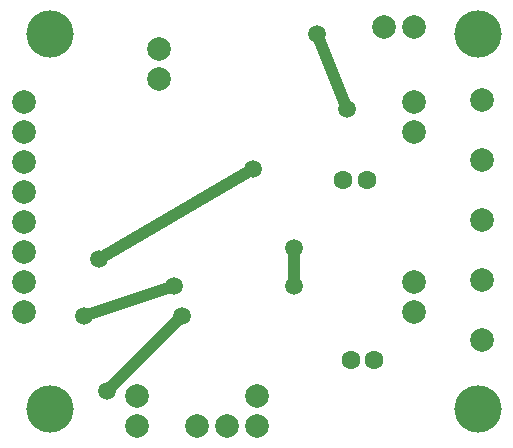
<source format=gtl>
%FSLAX34Y34*%
%MOMM*%
%LNCOPPER_TOP*%
G71*
G01*
%ADD10C, 1.50*%
%ADD11C, 2.00*%
%ADD12C, 1.00*%
%ADD13C, 1.60*%
%ADD14C, 4.00*%
%LPD*%
X250825Y-66550D02*
G54D10*
D03*
X250825Y-34800D02*
G54D10*
D03*
X295275Y82550D02*
G54D10*
D03*
X269875Y146050D02*
G54D10*
D03*
X352425Y88900D02*
G54D11*
D03*
X352425Y63500D02*
G54D11*
D03*
X22225Y88900D02*
G54D11*
D03*
X22225Y63500D02*
G54D11*
D03*
X22225Y38100D02*
G54D11*
D03*
X22225Y12700D02*
G54D11*
D03*
X22225Y-12700D02*
G54D11*
D03*
X22225Y-38100D02*
G54D11*
D03*
X352425Y-63500D02*
G54D11*
D03*
X352425Y-88900D02*
G54D11*
D03*
X409575Y-112655D02*
G54D11*
D03*
X409575Y90545D02*
G54D11*
D03*
X409575Y-61855D02*
G54D11*
D03*
X219508Y-159634D02*
G54D11*
D03*
X219508Y-185034D02*
G54D11*
D03*
X194108Y-185034D02*
G54D11*
D03*
X168705Y-185030D02*
G54D11*
D03*
X117908Y-185034D02*
G54D11*
D03*
X117908Y-159634D02*
G54D11*
D03*
X22225Y-63500D02*
G54D11*
D03*
X22225Y-88900D02*
G54D11*
D03*
X92075Y-155450D02*
G54D10*
D03*
X155575Y-91950D02*
G54D10*
D03*
X149225Y-66550D02*
G54D10*
D03*
X73025Y-91950D02*
G54D10*
D03*
G54D12*
X73025Y-91950D02*
X149225Y-66550D01*
G54D12*
X92075Y-155450D02*
X155575Y-91950D01*
G54D12*
X269875Y146050D02*
X295275Y82550D01*
G54D12*
X250825Y-66550D02*
X250825Y-34800D01*
X85725Y-44450D02*
G54D10*
D03*
X215717Y31764D02*
G54D10*
D03*
G54D12*
X85725Y-44450D02*
X215717Y31764D01*
X292318Y22984D02*
G54D13*
D03*
X312318Y22984D02*
G54D13*
D03*
X298668Y-129416D02*
G54D13*
D03*
X318668Y-129416D02*
G54D13*
D03*
X352425Y152400D02*
G54D11*
D03*
X327025Y152400D02*
G54D11*
D03*
X409575Y39745D02*
G54D11*
D03*
X44450Y146050D02*
G54D14*
D03*
X44450Y-171450D02*
G54D14*
D03*
X406400Y-171450D02*
G54D14*
D03*
X409575Y-11055D02*
G54D11*
D03*
X406400Y146050D02*
G54D14*
D03*
X136525Y107950D02*
G54D11*
D03*
X136525Y133350D02*
G54D11*
D03*
M02*

</source>
